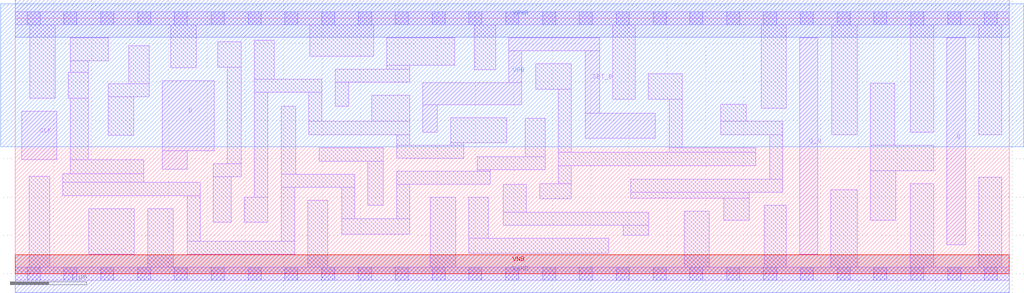
<source format=lef>
# Copyright 2020 The SkyWater PDK Authors
#
# Licensed under the Apache License, Version 2.0 (the "License");
# you may not use this file except in compliance with the License.
# You may obtain a copy of the License at
#
#     https://www.apache.org/licenses/LICENSE-2.0
#
# Unless required by applicable law or agreed to in writing, software
# distributed under the License is distributed on an "AS IS" BASIS,
# WITHOUT WARRANTIES OR CONDITIONS OF ANY KIND, either express or implied.
# See the License for the specific language governing permissions and
# limitations under the License.
#
# SPDX-License-Identifier: Apache-2.0

VERSION 5.7 ;
  NOWIREEXTENSIONATPIN ON ;
  DIVIDERCHAR "/" ;
  BUSBITCHARS "[]" ;
MACRO sky130_fd_sc_lp__dfsbp_2
  CLASS CORE ;
  FOREIGN sky130_fd_sc_lp__dfsbp_2 ;
  ORIGIN  0.000000  0.000000 ;
  SIZE  12.96000 BY  3.330000 ;
  SYMMETRY X Y R90 ;
  SITE unit ;
  PIN D
    ANTENNAGATEAREA  0.126000 ;
    DIRECTION INPUT ;
    USE SIGNAL ;
    PORT
      LAYER li1 ;
        RECT 1.915000 1.365000 2.245000 1.605000 ;
        RECT 1.915000 1.605000 2.595000 2.515000 ;
    END
  END D
  PIN Q
    ANTENNADIFFAREA  0.588000 ;
    DIRECTION OUTPUT ;
    USE SIGNAL ;
    PORT
      LAYER li1 ;
        RECT 12.145000 0.375000 12.390000 3.075000 ;
    END
  END Q
  PIN Q_N
    ANTENNADIFFAREA  0.588000 ;
    DIRECTION OUTPUT ;
    USE SIGNAL ;
    PORT
      LAYER li1 ;
        RECT 10.225000 0.255000 10.465000 3.075000 ;
    END
  END Q_N
  PIN SET_B
    ANTENNAGATEAREA  0.252000 ;
    DIRECTION INPUT ;
    USE SIGNAL ;
    PORT
      LAYER li1 ;
        RECT 5.315000 1.845000 5.505000 2.205000 ;
        RECT 5.315000 2.205000 6.605000 2.490000 ;
        RECT 6.435000 2.490000 6.605000 2.905000 ;
        RECT 6.435000 2.905000 7.620000 3.075000 ;
        RECT 7.430000 1.765000 8.345000 2.095000 ;
        RECT 7.430000 2.095000 7.620000 2.905000 ;
    END
  END SET_B
  PIN CLK
    ANTENNAGATEAREA  0.159000 ;
    DIRECTION INPUT ;
    USE CLOCK ;
    PORT
      LAYER li1 ;
        RECT 0.085000 1.485000 0.540000 2.120000 ;
    END
  END CLK
  PIN VGND
    DIRECTION INOUT ;
    USE GROUND ;
    PORT
      LAYER met1 ;
        RECT 0.000000 -0.245000 12.960000 0.245000 ;
    END
  END VGND
  PIN VNB
    DIRECTION INOUT ;
    USE GROUND ;
    PORT
      LAYER pwell ;
        RECT 0.000000 0.000000 12.960000 0.245000 ;
    END
  END VNB
  PIN VPB
    DIRECTION INOUT ;
    USE POWER ;
    PORT
      LAYER nwell ;
        RECT -0.190000 1.655000 13.150000 3.520000 ;
    END
  END VPB
  PIN VPWR
    DIRECTION INOUT ;
    USE POWER ;
    PORT
      LAYER met1 ;
        RECT 0.000000 3.085000 12.960000 3.575000 ;
    END
  END VPWR
  OBS
    LAYER li1 ;
      RECT  0.000000 -0.085000 12.960000 0.085000 ;
      RECT  0.000000  3.245000 12.960000 3.415000 ;
      RECT  0.185000  0.085000  0.450000 1.270000 ;
      RECT  0.190000  2.290000  0.520000 3.245000 ;
      RECT  0.620000  1.015000  2.410000 1.195000 ;
      RECT  0.620000  1.195000  1.675000 1.305000 ;
      RECT  0.690000  2.290000  0.950000 2.630000 ;
      RECT  0.720000  1.305000  1.675000 1.485000 ;
      RECT  0.720000  1.485000  0.950000 2.290000 ;
      RECT  0.720000  2.630000  0.950000 2.775000 ;
      RECT  0.720000  2.775000  1.215000 3.075000 ;
      RECT  0.955000  0.255000  1.550000 0.845000 ;
      RECT  1.215000  1.805000  1.545000 2.305000 ;
      RECT  1.215000  2.305000  1.745000 2.475000 ;
      RECT  1.480000  2.475000  1.745000 2.975000 ;
      RECT  1.730000  0.085000  2.060000 0.845000 ;
      RECT  2.030000  2.685000  2.360000 3.245000 ;
      RECT  2.240000  0.255000  3.645000 0.425000 ;
      RECT  2.240000  0.425000  2.410000 1.015000 ;
      RECT  2.580000  0.670000  2.815000 1.265000 ;
      RECT  2.580000  1.265000  2.945000 1.435000 ;
      RECT  2.640000  2.695000  2.945000 3.025000 ;
      RECT  2.765000  1.435000  2.945000 2.695000 ;
      RECT  2.985000  0.670000  3.295000 1.000000 ;
      RECT  3.115000  1.000000  3.295000 2.365000 ;
      RECT  3.115000  2.365000  3.995000 2.535000 ;
      RECT  3.115000  2.535000  3.375000 3.045000 ;
      RECT  3.465000  0.425000  3.645000 1.125000 ;
      RECT  3.465000  1.125000  4.425000 1.295000 ;
      RECT  3.465000  1.295000  3.655000 2.185000 ;
      RECT  3.815000  0.085000  4.075000 0.955000 ;
      RECT  3.825000  1.815000  5.145000 1.985000 ;
      RECT  3.825000  1.985000  3.995000 2.365000 ;
      RECT  3.840000  2.835000  4.675000 3.245000 ;
      RECT  3.965000  1.465000  4.795000 1.645000 ;
      RECT  4.175000  2.185000  4.345000 2.495000 ;
      RECT  4.175000  2.495000  5.145000 2.665000 ;
      RECT  4.255000  0.515000  5.145000 0.720000 ;
      RECT  4.255000  0.720000  4.425000 1.125000 ;
      RECT  4.595000  0.890000  4.795000 1.465000 ;
      RECT  4.650000  1.985000  5.145000 2.325000 ;
      RECT  4.845000  2.665000  5.145000 2.720000 ;
      RECT  4.845000  2.720000  5.730000 3.075000 ;
      RECT  4.975000  0.720000  5.145000 1.165000 ;
      RECT  4.975000  1.165000  6.195000 1.335000 ;
      RECT  4.975000  1.505000  5.845000 1.675000 ;
      RECT  4.975000  1.675000  5.145000 1.815000 ;
      RECT  5.410000  0.085000  5.740000 0.995000 ;
      RECT  5.675000  1.675000  5.845000 1.705000 ;
      RECT  5.675000  1.705000  6.410000 2.035000 ;
      RECT  5.910000  0.265000  7.740000 0.465000 ;
      RECT  5.910000  0.465000  6.170000 0.995000 ;
      RECT  5.985000  2.660000  6.265000 3.245000 ;
      RECT  6.025000  1.335000  6.195000 1.355000 ;
      RECT  6.025000  1.355000  6.910000 1.525000 ;
      RECT  6.365000  0.635000  8.260000 0.805000 ;
      RECT  6.365000  0.805000  6.665000 1.170000 ;
      RECT  6.650000  1.525000  6.910000 2.025000 ;
      RECT  6.785000  2.405000  7.250000 2.735000 ;
      RECT  6.835000  0.975000  7.250000 1.175000 ;
      RECT  7.080000  1.175000  7.250000 1.405000 ;
      RECT  7.080000  1.405000  9.655000 1.585000 ;
      RECT  7.080000  1.585000  7.250000 2.405000 ;
      RECT  7.790000  2.275000  8.085000 3.245000 ;
      RECT  7.930000  0.500000  8.260000 0.635000 ;
      RECT  8.025000  0.985000  9.570000 1.065000 ;
      RECT  8.025000  1.065000 10.005000 1.235000 ;
      RECT  8.255000  2.275000  8.695000 2.605000 ;
      RECT  8.525000  1.585000  9.655000 1.645000 ;
      RECT  8.525000  1.645000  8.695000 2.275000 ;
      RECT  8.720000  0.085000  9.050000 0.815000 ;
      RECT  9.200000  1.815000 10.005000 1.985000 ;
      RECT  9.200000  1.985000  9.530000 2.210000 ;
      RECT  9.240000  0.700000  9.570000 0.985000 ;
      RECT  9.725000  2.155000 10.055000 3.245000 ;
      RECT  9.765000  0.085000 10.055000 0.895000 ;
      RECT  9.835000  1.235000 10.005000 1.815000 ;
      RECT 10.635000  0.085000 10.980000 1.095000 ;
      RECT 10.645000  1.815000 10.980000 3.245000 ;
      RECT 11.150000  0.700000 11.480000 1.345000 ;
      RECT 11.150000  1.345000 11.975000 1.675000 ;
      RECT 11.150000  1.675000 11.465000 2.485000 ;
      RECT 11.670000  0.085000 11.975000 1.175000 ;
      RECT 11.670000  1.845000 11.975000 3.245000 ;
      RECT 12.560000  0.085000 12.860000 1.255000 ;
      RECT 12.560000  1.815000 12.860000 3.245000 ;
    LAYER mcon ;
      RECT  0.155000 -0.085000  0.325000 0.085000 ;
      RECT  0.155000  3.245000  0.325000 3.415000 ;
      RECT  0.635000 -0.085000  0.805000 0.085000 ;
      RECT  0.635000  3.245000  0.805000 3.415000 ;
      RECT  1.115000 -0.085000  1.285000 0.085000 ;
      RECT  1.115000  3.245000  1.285000 3.415000 ;
      RECT  1.595000 -0.085000  1.765000 0.085000 ;
      RECT  1.595000  3.245000  1.765000 3.415000 ;
      RECT  2.075000 -0.085000  2.245000 0.085000 ;
      RECT  2.075000  3.245000  2.245000 3.415000 ;
      RECT  2.555000 -0.085000  2.725000 0.085000 ;
      RECT  2.555000  3.245000  2.725000 3.415000 ;
      RECT  3.035000 -0.085000  3.205000 0.085000 ;
      RECT  3.035000  3.245000  3.205000 3.415000 ;
      RECT  3.515000 -0.085000  3.685000 0.085000 ;
      RECT  3.515000  3.245000  3.685000 3.415000 ;
      RECT  3.995000 -0.085000  4.165000 0.085000 ;
      RECT  3.995000  3.245000  4.165000 3.415000 ;
      RECT  4.475000 -0.085000  4.645000 0.085000 ;
      RECT  4.475000  3.245000  4.645000 3.415000 ;
      RECT  4.955000 -0.085000  5.125000 0.085000 ;
      RECT  4.955000  3.245000  5.125000 3.415000 ;
      RECT  5.435000 -0.085000  5.605000 0.085000 ;
      RECT  5.435000  3.245000  5.605000 3.415000 ;
      RECT  5.915000 -0.085000  6.085000 0.085000 ;
      RECT  5.915000  3.245000  6.085000 3.415000 ;
      RECT  6.395000 -0.085000  6.565000 0.085000 ;
      RECT  6.395000  3.245000  6.565000 3.415000 ;
      RECT  6.875000 -0.085000  7.045000 0.085000 ;
      RECT  6.875000  3.245000  7.045000 3.415000 ;
      RECT  7.355000 -0.085000  7.525000 0.085000 ;
      RECT  7.355000  3.245000  7.525000 3.415000 ;
      RECT  7.835000 -0.085000  8.005000 0.085000 ;
      RECT  7.835000  3.245000  8.005000 3.415000 ;
      RECT  8.315000 -0.085000  8.485000 0.085000 ;
      RECT  8.315000  3.245000  8.485000 3.415000 ;
      RECT  8.795000 -0.085000  8.965000 0.085000 ;
      RECT  8.795000  3.245000  8.965000 3.415000 ;
      RECT  9.275000 -0.085000  9.445000 0.085000 ;
      RECT  9.275000  3.245000  9.445000 3.415000 ;
      RECT  9.755000 -0.085000  9.925000 0.085000 ;
      RECT  9.755000  3.245000  9.925000 3.415000 ;
      RECT 10.235000 -0.085000 10.405000 0.085000 ;
      RECT 10.235000  3.245000 10.405000 3.415000 ;
      RECT 10.715000 -0.085000 10.885000 0.085000 ;
      RECT 10.715000  3.245000 10.885000 3.415000 ;
      RECT 11.195000 -0.085000 11.365000 0.085000 ;
      RECT 11.195000  3.245000 11.365000 3.415000 ;
      RECT 11.675000 -0.085000 11.845000 0.085000 ;
      RECT 11.675000  3.245000 11.845000 3.415000 ;
      RECT 12.155000 -0.085000 12.325000 0.085000 ;
      RECT 12.155000  3.245000 12.325000 3.415000 ;
      RECT 12.635000 -0.085000 12.805000 0.085000 ;
      RECT 12.635000  3.245000 12.805000 3.415000 ;
  END
END sky130_fd_sc_lp__dfsbp_2
END LIBRARY

</source>
